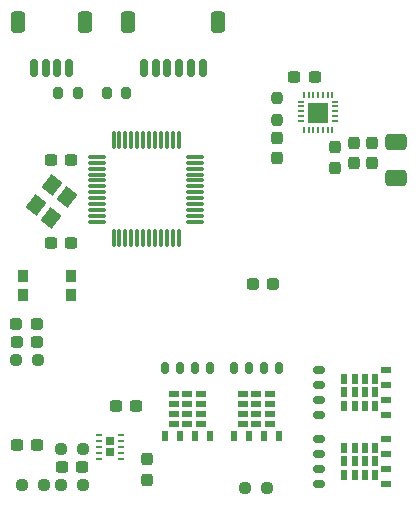
<source format=gbr>
%TF.GenerationSoftware,KiCad,Pcbnew,8.0.3-8.0.3-0~ubuntu22.04.1*%
%TF.CreationDate,2024-06-15T18:18:28-06:00*%
%TF.ProjectId,stm32g070 and DRV8311 single motor board - V1 Alpha,73746d33-3267-4303-9730-20616e642044,rev?*%
%TF.SameCoordinates,Original*%
%TF.FileFunction,Paste,Top*%
%TF.FilePolarity,Positive*%
%FSLAX46Y46*%
G04 Gerber Fmt 4.6, Leading zero omitted, Abs format (unit mm)*
G04 Created by KiCad (PCBNEW 8.0.3-8.0.3-0~ubuntu22.04.1) date 2024-06-15 18:18:28*
%MOMM*%
%LPD*%
G01*
G04 APERTURE LIST*
G04 Aperture macros list*
%AMRoundRect*
0 Rectangle with rounded corners*
0 $1 Rounding radius*
0 $2 $3 $4 $5 $6 $7 $8 $9 X,Y pos of 4 corners*
0 Add a 4 corners polygon primitive as box body*
4,1,4,$2,$3,$4,$5,$6,$7,$8,$9,$2,$3,0*
0 Add four circle primitives for the rounded corners*
1,1,$1+$1,$2,$3*
1,1,$1+$1,$4,$5*
1,1,$1+$1,$6,$7*
1,1,$1+$1,$8,$9*
0 Add four rect primitives between the rounded corners*
20,1,$1+$1,$2,$3,$4,$5,0*
20,1,$1+$1,$4,$5,$6,$7,0*
20,1,$1+$1,$6,$7,$8,$9,0*
20,1,$1+$1,$8,$9,$2,$3,0*%
%AMRotRect*
0 Rectangle, with rotation*
0 The origin of the aperture is its center*
0 $1 length*
0 $2 width*
0 $3 Rotation angle, in degrees counterclockwise*
0 Add horizontal line*
21,1,$1,$2,0,0,$3*%
G04 Aperture macros list end*
%ADD10C,0.000000*%
%ADD11RoundRect,0.237500X-0.250000X-0.237500X0.250000X-0.237500X0.250000X0.237500X-0.250000X0.237500X0*%
%ADD12RoundRect,0.237500X-0.300000X-0.237500X0.300000X-0.237500X0.300000X0.237500X-0.300000X0.237500X0*%
%ADD13RotRect,1.400000X1.200000X52.000000*%
%ADD14RoundRect,0.237500X-0.287500X-0.237500X0.287500X-0.237500X0.287500X0.237500X-0.287500X0.237500X0*%
%ADD15RoundRect,0.075000X-0.662500X-0.075000X0.662500X-0.075000X0.662500X0.075000X-0.662500X0.075000X0*%
%ADD16RoundRect,0.075000X-0.075000X-0.662500X0.075000X-0.662500X0.075000X0.662500X-0.075000X0.662500X0*%
%ADD17RoundRect,0.237500X0.237500X-0.300000X0.237500X0.300000X-0.237500X0.300000X-0.237500X-0.300000X0*%
%ADD18RoundRect,0.237500X-0.237500X0.300000X-0.237500X-0.300000X0.237500X-0.300000X0.237500X0.300000X0*%
%ADD19RoundRect,0.150000X0.150000X0.625000X-0.150000X0.625000X-0.150000X-0.625000X0.150000X-0.625000X0*%
%ADD20RoundRect,0.250000X0.350000X0.650000X-0.350000X0.650000X-0.350000X-0.650000X0.350000X-0.650000X0*%
%ADD21RoundRect,0.237500X0.287500X0.237500X-0.287500X0.237500X-0.287500X-0.237500X0.287500X-0.237500X0*%
%ADD22R,0.650000X0.700000*%
%ADD23RoundRect,0.062500X-0.187500X-0.062500X0.187500X-0.062500X0.187500X0.062500X-0.187500X0.062500X0*%
%ADD24R,0.200000X0.469999*%
%ADD25R,0.469999X0.200000*%
%ADD26RoundRect,0.237500X0.250000X0.237500X-0.250000X0.237500X-0.250000X-0.237500X0.250000X-0.237500X0*%
%ADD27R,0.600000X0.900000*%
%ADD28R,0.900000X0.600000*%
%ADD29RoundRect,0.150000X0.375000X-0.150000X0.375000X0.150000X-0.375000X0.150000X-0.375000X-0.150000X0*%
%ADD30RoundRect,0.150000X-0.150000X-0.375000X0.150000X-0.375000X0.150000X0.375000X-0.150000X0.375000X0*%
%ADD31RoundRect,0.237500X0.300000X0.237500X-0.300000X0.237500X-0.300000X-0.237500X0.300000X-0.237500X0*%
%ADD32R,0.900000X1.000000*%
%ADD33RoundRect,0.237500X-0.237500X0.250000X-0.237500X-0.250000X0.237500X-0.250000X0.237500X0.250000X0*%
%ADD34RoundRect,0.200000X-0.200000X-0.275000X0.200000X-0.275000X0.200000X0.275000X-0.200000X0.275000X0*%
%ADD35RoundRect,0.250000X-0.650000X0.412500X-0.650000X-0.412500X0.650000X-0.412500X0.650000X0.412500X0*%
%ADD36RoundRect,0.200000X0.200000X0.275000X-0.200000X0.275000X-0.200000X-0.275000X0.200000X-0.275000X0*%
G04 APERTURE END LIST*
D10*
%TO.C,U2*%
G36*
X150717499Y-96595000D02*
G01*
X150717499Y-98205000D01*
X150667499Y-98255000D01*
X149057499Y-98255000D01*
X149007499Y-98205000D01*
X149007499Y-96595000D01*
X149057499Y-96545000D01*
X150667499Y-96545000D01*
X150717499Y-96595000D01*
G37*
%TD*%
D11*
%TO.C,R12*%
X128100000Y-125900000D03*
X129925000Y-125900000D03*
%TD*%
D12*
%TO.C,C3*%
X127237500Y-101400000D03*
X128962500Y-101400000D03*
%TD*%
D13*
%TO.C,Y1*%
X127292582Y-106290124D03*
X128647036Y-104556501D03*
X127307418Y-103509876D03*
X125952964Y-105243499D03*
%TD*%
D14*
%TO.C,D2*%
X124337500Y-116800000D03*
X126087500Y-116800000D03*
%TD*%
D15*
%TO.C,U1*%
X131137500Y-101136000D03*
X131137500Y-101636000D03*
X131137500Y-102136000D03*
X131137500Y-102636000D03*
X131137500Y-103136000D03*
X131137500Y-103636000D03*
X131137500Y-104136000D03*
X131137500Y-104636000D03*
X131137500Y-105136000D03*
X131137500Y-105636000D03*
X131137500Y-106136000D03*
X131137500Y-106636000D03*
D16*
X132550000Y-108048500D03*
X133050000Y-108048500D03*
X133550000Y-108048500D03*
X134050000Y-108048500D03*
X134550000Y-108048500D03*
X135050000Y-108048500D03*
X135550000Y-108048500D03*
X136050000Y-108048500D03*
X136550000Y-108048500D03*
X137050000Y-108048500D03*
X137550000Y-108048500D03*
X138050000Y-108048500D03*
D15*
X139462500Y-106636000D03*
X139462500Y-106136000D03*
X139462500Y-105636000D03*
X139462500Y-105136000D03*
X139462500Y-104636000D03*
X139462500Y-104136000D03*
X139462500Y-103636000D03*
X139462500Y-103136000D03*
X139462500Y-102636000D03*
X139462500Y-102136000D03*
X139462500Y-101636000D03*
X139462500Y-101136000D03*
D16*
X138050000Y-99723500D03*
X137550000Y-99723500D03*
X137050000Y-99723500D03*
X136550000Y-99723500D03*
X136050000Y-99723500D03*
X135550000Y-99723500D03*
X135050000Y-99723500D03*
X134550000Y-99723500D03*
X134050000Y-99723500D03*
X133550000Y-99723500D03*
X133050000Y-99723500D03*
X132550000Y-99723500D03*
%TD*%
D17*
%TO.C,C10*%
X146400000Y-101262501D03*
X146400000Y-99537499D03*
%TD*%
D18*
%TO.C,C7*%
X152900000Y-99937499D03*
X152900000Y-101662501D03*
%TD*%
D19*
%TO.C,J1*%
X128800000Y-93600000D03*
X127800000Y-93600000D03*
X126800000Y-93600000D03*
X125800000Y-93600000D03*
D20*
X130100000Y-89725000D03*
X124500000Y-89725000D03*
%TD*%
D12*
%TO.C,C17*%
X128150000Y-127400000D03*
X129875000Y-127400000D03*
%TD*%
D11*
%TO.C,R4*%
X143687500Y-129200000D03*
X145512500Y-129200000D03*
%TD*%
D21*
%TO.C,D1*%
X126050000Y-115300000D03*
X124300000Y-115300000D03*
%TD*%
D22*
%TO.C,U4*%
X132262500Y-125212500D03*
X132262500Y-126162500D03*
D23*
X131312500Y-124687500D03*
X131312500Y-125187500D03*
X131312500Y-125687500D03*
X131312500Y-126187500D03*
X131312500Y-126687500D03*
X133212500Y-126687500D03*
X133212500Y-126187500D03*
X133212500Y-125687500D03*
X133212500Y-125187500D03*
X133212500Y-124687500D03*
%TD*%
D21*
%TO.C,D3*%
X146075000Y-111900000D03*
X144325000Y-111900000D03*
%TD*%
D24*
%TO.C,U2*%
X148662499Y-98865001D03*
X149062498Y-98865001D03*
X149462500Y-98865001D03*
X149862499Y-98865001D03*
X150262498Y-98865001D03*
X150662500Y-98865001D03*
X151062499Y-98865001D03*
D25*
X151327500Y-98070001D03*
X151327500Y-97669999D03*
X151327500Y-97270000D03*
X151327500Y-96870001D03*
X151327500Y-96469999D03*
D24*
X151062499Y-95934999D03*
X150662500Y-95934999D03*
X150262498Y-95934999D03*
X149862499Y-95934999D03*
X149462500Y-95934999D03*
X149062498Y-95934999D03*
X148662499Y-95934999D03*
D25*
X148397498Y-96469999D03*
X148397498Y-96870001D03*
X148397498Y-97270000D03*
X148397498Y-97669999D03*
X148397498Y-98070001D03*
%TD*%
D18*
%TO.C,C9*%
X154400000Y-99937500D03*
X154400000Y-101662500D03*
%TD*%
D26*
%TO.C,R13*%
X126112500Y-118300000D03*
X124287500Y-118300000D03*
%TD*%
D27*
%TO.C,Q2*%
X152100000Y-125750000D03*
X152100000Y-126900000D03*
X152100000Y-128050000D03*
X152950000Y-125750000D03*
X152950000Y-126900000D03*
X152950000Y-128050000D03*
X153800000Y-125750000D03*
X153800000Y-126900000D03*
X153800000Y-128050000D03*
X154650000Y-125750000D03*
X154650000Y-126900000D03*
X154650000Y-128050000D03*
D28*
X155650000Y-124995000D03*
X155650000Y-126265000D03*
X155650000Y-127535000D03*
X155650000Y-128805000D03*
D29*
X149925000Y-124995000D03*
X149925000Y-126265000D03*
X149925000Y-127535000D03*
X149925000Y-128805000D03*
%TD*%
D28*
%TO.C,Q4*%
X145775000Y-121200000D03*
X144625000Y-121200000D03*
X143475000Y-121200000D03*
X145775000Y-122050000D03*
X144625000Y-122050000D03*
X143475000Y-122050000D03*
X145775000Y-122900000D03*
X144625000Y-122900000D03*
X143475000Y-122900000D03*
X145775000Y-123750000D03*
X144625000Y-123750000D03*
X143475000Y-123750000D03*
D27*
X146530000Y-124750000D03*
X145260000Y-124750000D03*
X143990000Y-124750000D03*
X142720000Y-124750000D03*
D30*
X146530000Y-119025000D03*
X145260000Y-119025000D03*
X143990000Y-119025000D03*
X142720000Y-119025000D03*
%TD*%
D26*
%TO.C,R11*%
X126625000Y-128900000D03*
X124800000Y-128900000D03*
%TD*%
D31*
%TO.C,C5*%
X149562500Y-94400000D03*
X147837500Y-94400000D03*
%TD*%
D19*
%TO.C,J2*%
X140100000Y-93600000D03*
X139100000Y-93600000D03*
X138100000Y-93600000D03*
X137100000Y-93600000D03*
X136100000Y-93600000D03*
X135100000Y-93600000D03*
D20*
X141400000Y-89725000D03*
X133800000Y-89725000D03*
%TD*%
D32*
%TO.C,SW1*%
X128950000Y-112800000D03*
X124850000Y-112800000D03*
X128950000Y-111200000D03*
X124850000Y-111200000D03*
%TD*%
D17*
%TO.C,C16*%
X135400000Y-128462500D03*
X135400000Y-126737500D03*
%TD*%
D33*
%TO.C,R2*%
X146400000Y-96187500D03*
X146400000Y-98012500D03*
%TD*%
D26*
%TO.C,R10*%
X129925000Y-128900000D03*
X128100000Y-128900000D03*
%TD*%
D31*
%TO.C,C14*%
X134462500Y-122200000D03*
X132737500Y-122200000D03*
%TD*%
D12*
%TO.C,C4*%
X127237500Y-108400000D03*
X128962500Y-108400000D03*
%TD*%
D18*
%TO.C,C6*%
X151300000Y-100337499D03*
X151300000Y-102062501D03*
%TD*%
D34*
%TO.C,R16*%
X131975000Y-95700000D03*
X133625000Y-95700000D03*
%TD*%
D27*
%TO.C,Q1*%
X152100000Y-119915000D03*
X152100000Y-121065000D03*
X152100000Y-122215000D03*
X152950000Y-119915000D03*
X152950000Y-121065000D03*
X152950000Y-122215000D03*
X153800000Y-119915000D03*
X153800000Y-121065000D03*
X153800000Y-122215000D03*
X154650000Y-119915000D03*
X154650000Y-121065000D03*
X154650000Y-122215000D03*
D28*
X155650000Y-119160000D03*
X155650000Y-120430000D03*
X155650000Y-121700000D03*
X155650000Y-122970000D03*
D29*
X149925000Y-119160000D03*
X149925000Y-120430000D03*
X149925000Y-121700000D03*
X149925000Y-122970000D03*
%TD*%
D35*
%TO.C,C8*%
X156500000Y-99837500D03*
X156500000Y-102962500D03*
%TD*%
D28*
%TO.C,Q3*%
X139945000Y-121200000D03*
X138795000Y-121200000D03*
X137645000Y-121200000D03*
X139945000Y-122050000D03*
X138795000Y-122050000D03*
X137645000Y-122050000D03*
X139945000Y-122900000D03*
X138795000Y-122900000D03*
X137645000Y-122900000D03*
X139945000Y-123750000D03*
X138795000Y-123750000D03*
X137645000Y-123750000D03*
D27*
X140700000Y-124750000D03*
X139430000Y-124750000D03*
X138160000Y-124750000D03*
X136890000Y-124750000D03*
D30*
X140700000Y-119025000D03*
X139430000Y-119025000D03*
X138160000Y-119025000D03*
X136890000Y-119025000D03*
%TD*%
D31*
%TO.C,C13*%
X126075000Y-125500000D03*
X124350000Y-125500000D03*
%TD*%
D36*
%TO.C,R15*%
X129525000Y-95700000D03*
X127875000Y-95700000D03*
%TD*%
M02*

</source>
